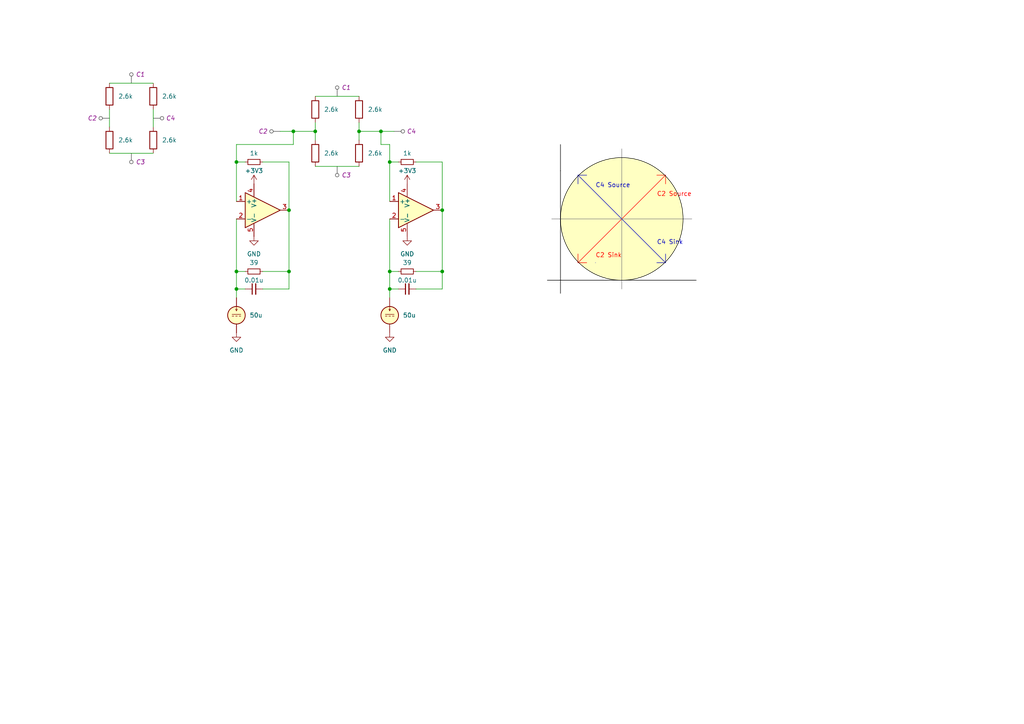
<source format=kicad_sch>
(kicad_sch (version 20230121) (generator eeschema)
  (paper "A4")
  (lib_symbols
    (symbol "Device:C_Small" (pin_numbers hide) (pin_names (offset 0.254) hide)
      (property "Reference" "C" (at 0.254 1.778 0))
      (property "Value" "C_Small" (at 0.254 -2.032 0))
      (symbol "C_Small_0_1"
        (polyline (pts (xy -1.524 -0.508) (xy 1.524 -0.508)) (stroke (width 0.3302)))
        (polyline (pts (xy -1.524 0.508) (xy 1.524 0.508)) (stroke (width 0.3048)))
      )
      (symbol "C_Small_1_1"
        (pin passive line (at 0 2.54 270) (length 2.032) (name "~") (number "1"))
        (pin passive line (at 0 -2.54 90) (length 2.032) (name "~") (number "2"))
      )
    )
    (symbol "Device:R" (pin_numbers hide) (pin_names (offset 0))
      (property "Reference" "R" (at 2.032 0 90))
      (property "Value" "R" (at 0 0 90))
      (symbol "R_0_1"
        (rectangle (start -1.016 -2.54) (end 1.016 2.54) (stroke (width 0.254)))
      )
      (symbol "R_1_1"
        (pin passive line (at 0 3.81 270) (length 1.27) (name "~") (number "1"))
        (pin passive line (at 0 -3.81 90) (length 1.27) (name "~") (number "2"))
      )
    )
    (symbol "Device:R_Small" (pin_numbers hide) (pin_names (offset 0.254) hide)
      (property "Reference" "R" (at 0.762 0.508 0))
      (property "Value" "R_Small" (at 0.762 -1.016 0))
      (symbol "R_Small_0_1"
        (rectangle (start -0.762 1.778) (end 0.762 -1.778) (stroke (width 0.2032)))
      )
      (symbol "R_Small_1_1"
        (pin passive line (at 0 2.54 270) (length 0.762) (name "~") (number "1"))
        (pin passive line (at 0 -2.54 90) (length 0.762) (name "~") (number "2"))
      )
    )
    (symbol "Simulation_SPICE:IDC" (pin_numbers hide) (pin_names (offset 0.0254))
      (property "Reference" "I" (at 2.54 2.54 0))
      (property "Value" "1" (at 2.54 0 0))
      (symbol "IDC_0_0"
        (polyline (pts (xy -1.27 0.254) (xy 1.27 0.254)))
        (polyline (pts (xy -0.762 -0.254) (xy -1.27 -0.254)))
        (polyline (pts (xy 0.254 -0.254) (xy -0.254 -0.254)))
        (polyline (pts (xy 1.27 -0.254) (xy 0.762 -0.254)))
      )
      (symbol "IDC_0_1"
        (polyline (pts (xy 0 1.27) (xy 0 2.286)))
        (polyline (pts (xy -0.254 1.778) (xy 0 1.27) (xy 0.254 1.778)))
        (circle (center 0 0) (radius 2.54) (stroke (width 0.254)) (fill (type background)))
      )
      (symbol "IDC_1_1"
        (pin passive line (at 0 5.08 270) (length 2.54) (name "~") (number "1"))
        (pin passive line (at 0 -5.08 90) (length 2.54) (name "~") (number "2"))
      )
    )
    (symbol "Simulation_SPICE:OPAMP" (pin_names (offset 0.254))
      (property "Reference" "U" (at 3.81 3.175 0))
      (property "Value" "${SIM.PARAMS}" (at 3.81 -3.175 0))
      (symbol "OPAMP_0_1"
        (polyline (pts (xy 5.08 0) (xy -5.08 5.08) (xy -5.08 -5.08) (xy 5.08 0)) (stroke (width 0.254)) (fill (type background)))
      )
      (symbol "OPAMP_1_1"
        (pin input line (at -7.62 2.54 0) (length 2.54) (name "+") (number "1"))
        (pin input line (at -7.62 -2.54 0) (length 2.54) (name "-") (number "2"))
        (pin output line (at 7.62 0 180) (length 2.54) (name "~") (number "3"))
        (pin power_in line (at -2.54 7.62 270) (length 3.81) (name "V+") (number "4"))
        (pin power_in line (at -2.54 -7.62 90) (length 3.81) (name "V-") (number "5"))
      )
    )
    (symbol "power:+3V3" (power) (pin_names (offset 0))
      (property "Value" "+3V3" (at 0 3.556 0))
      (symbol "+3V3_0_1"
        (polyline (pts (xy -0.762 1.27) (xy 0 2.54)))
        (polyline (pts (xy 0 0) (xy 0 2.54)))
        (polyline (pts (xy 0 2.54) (xy 0.762 1.27)))
      )
      (symbol "+3V3_1_1"
        (pin power_in line (at 0 0 90) (length 0) hide (name "+3V3") (number "1"))
      )
    )
    (symbol "power:GND" (power) (pin_names (offset 0))
      (property "Value" "GND" (at 0 -3.81 0))
      (symbol "GND_0_1"
        (polyline (pts (xy 0 0) (xy 0 -1.27) (xy 1.27 -1.27) (xy 0 -2.54) (xy -1.27 -1.27) (xy 0 -1.27)))
      )
      (symbol "GND_1_1"
        (pin power_in line (at 0 0 270) (length 0) hide (name "GND") (number "1"))
      )
    )
  )
  (junction (at 113.03 46.99))
  (junction (at 83.82 78.74))
  (junction (at 83.82 60.96))
  (junction (at 68.58 83.82))
  (junction (at 128.27 60.96))
  (junction (at 110.49 38.1))
  (junction (at 104.14 38.1))
  (junction (at 113.03 83.82))
  (junction (at 85.09 38.1))
  (junction (at 128.27 78.74))
  (junction (at 91.44 38.1))
  (junction (at 113.03 78.74))
  (junction (at 68.58 46.99))
  (junction (at 68.58 78.74))
  (polyline (pts (xy 160.02 63.5) (xy 162.56 63.5)) (stroke (width 0) (color 132 132 132 1)))
  (wire (pts (xy 83.82 83.82) (xy 83.82 78.74)))
  (wire (pts (xy 68.58 86.36) (xy 68.58 83.82)))
  (polyline (pts (xy 158.75 81.28) (xy 162.56 81.28)) (stroke (width 0) (color 0 0 0 1)))
  (wire (pts (xy 91.44 48.26) (xy 104.14 48.26)))
  (wire (pts (xy 128.27 46.99) (xy 128.27 60.96)))
  (wire (pts (xy 91.44 27.94) (xy 104.14 27.94)))
  (polyline (pts (xy 167.64 76.2) (xy 170.18 76.2)) (stroke (width 0) (color 255 0 0 1)))
  (wire (pts (xy 120.65 78.74) (xy 128.27 78.74)))
  (polyline (pts (xy 194.31 81.28) (xy 201.93 81.28)) (stroke (width 0) (color 0 0 0 1)))
  (wire (pts (xy 120.65 83.82) (xy 128.27 83.82)))
  (wire (pts (xy 113.03 63.5) (xy 113.03 78.74)))
  (polyline (pts (xy 193.04 73.66) (xy 193.04 76.2)))
  (polyline (pts (xy 180.34 43.18) (xy 180.34 83.82)) (stroke (width 0) (color 132 132 132 1)))
  (wire (pts (xy 128.27 83.82) (xy 128.27 78.74)))
  (wire (pts (xy 68.58 63.5) (xy 68.58 78.74)))
  (wire (pts (xy 76.2 83.82) (xy 83.82 83.82)))
  (wire (pts (xy 68.58 46.99) (xy 68.58 58.42)))
  (wire (pts (xy 114.3 38.1) (xy 110.49 38.1)))
  (polyline (pts (xy 167.64 50.8) (xy 170.18 50.8)))
  (polyline (pts (xy 193.04 50.8) (xy 193.04 53.34)) (stroke (width 0) (color 255 0 0 1)))
  (wire (pts (xy 31.75 24.13) (xy 44.45 24.13)))
  (wire (pts (xy 83.82 78.74) (xy 83.82 60.96)))
  (wire (pts (xy 68.58 83.82) (xy 68.58 78.74)))
  (polyline (pts (xy 193.04 76.2) (xy 167.64 50.8)))
  (polyline (pts (xy 167.64 73.66) (xy 167.64 76.2)) (stroke (width 0) (color 255 0 0 1)))
  (wire (pts (xy 81.28 38.1) (xy 85.09 38.1)))
  (wire (pts (xy 83.82 46.99) (xy 83.82 60.96)))
  (wire (pts (xy 113.03 46.99) (xy 113.03 41.91)))
  (wire (pts (xy 113.03 83.82) (xy 113.03 78.74)))
  (wire (pts (xy 91.44 38.1) (xy 91.44 40.64)))
  (wire (pts (xy 76.2 46.99) (xy 83.82 46.99)))
  (wire (pts (xy 115.57 83.82) (xy 113.03 83.82)))
  (wire (pts (xy 113.03 78.74) (xy 115.57 78.74)))
  (wire (pts (xy 85.09 41.91) (xy 85.09 38.1)))
  (polyline (pts (xy 162.56 49.53) (xy 162.56 81.28)) (stroke (width 0) (color 0 0 0 1)))
  (polyline (pts (xy 167.64 50.8) (xy 167.64 53.34)))
  (polyline (pts (xy 162.56 63.5) (xy 200.66 63.5)) (stroke (width 0) (color 132 132 132 1)))
  (wire (pts (xy 76.2 78.74) (xy 83.82 78.74)))
  (wire (pts (xy 85.09 38.1) (xy 91.44 38.1)))
  (polyline (pts (xy 162.56 81.28) (xy 162.56 85.09)) (stroke (width 0) (color 0 0 0 1)))
  (wire (pts (xy 104.14 38.1) (xy 110.49 38.1)))
  (polyline (pts (xy 193.04 76.2) (xy 190.5 76.2)))
  (wire (pts (xy 71.12 46.99) (xy 68.58 46.99)))
  (wire (pts (xy 113.03 41.91) (xy 110.49 41.91)))
  (wire (pts (xy 68.58 41.91) (xy 85.09 41.91)))
  (polyline (pts (xy 194.31 81.28) (xy 162.56 81.28)) (stroke (width 0) (color 0 0 0 1)))
  (wire (pts (xy 120.65 46.99) (xy 128.27 46.99)))
  (polyline (pts (xy 162.56 41.91) (xy 162.56 49.53)) (stroke (width 0) (color 0 0 0 1)))
  (polyline (pts (xy 172.72 76.2) (xy 172.72 76.2)))
  (wire (pts (xy 113.03 86.36) (xy 113.03 83.82)))
  (wire (pts (xy 104.14 38.1) (xy 104.14 40.64)))
  (wire (pts (xy 44.45 31.75) (xy 44.45 36.83)))
  (wire (pts (xy 110.49 41.91) (xy 110.49 38.1)))
  (wire (pts (xy 31.75 44.45) (xy 44.45 44.45)))
  (wire (pts (xy 71.12 83.82) (xy 68.58 83.82)))
  (wire (pts (xy 31.75 31.75) (xy 31.75 36.83)))
  (wire (pts (xy 104.14 35.56) (xy 104.14 38.1)))
  (wire (pts (xy 115.57 46.99) (xy 113.03 46.99)))
  (wire (pts (xy 91.44 35.56) (xy 91.44 38.1)))
  (polyline (pts (xy 190.5 50.8) (xy 193.04 50.8)) (stroke (width 0) (color 255 0 0 1)))
  (wire (pts (xy 68.58 78.74) (xy 71.12 78.74)))
  (wire (pts (xy 68.58 46.99) (xy 68.58 41.91)))
  (wire (pts (xy 128.27 78.74) (xy 128.27 60.96)))
  (polyline (pts (xy 167.64 76.2) (xy 193.04 50.8)) (stroke (width 0) (color 255 0 0 1)))
  (wire (pts (xy 113.03 46.99) (xy 113.03 58.42)))
  (circle (center 180.34 63.5) (radius 17.78) (stroke (width 0) (color 0 0 0 1)) (fill (type color) (color 255 255 194 1)))
  (text "C2 Source" (at 190.5 57.15 0) (effects (font (size 1.27 1.27)) (justify left bottom)))
  (text "C4 Sink" (at 190.5 71.12 0) (effects (font (size 1.27 1.27)) (justify left bottom)))
  (text "C4 Source" (at 172.72 54.61 0) (effects (font (size 1.27 1.27)) (justify left bottom)))
  (text "C2 Sink" (at 172.72 74.93 0) (effects (font (size 1.27 1.27)) (justify left bottom)))
  (netclass_flag "" (length 2.54) (shape round) (at 114.3 38.1 270) (property "Netclass" "C4" (at 120.65 38.1 0) (effects (font italic) (justify right))))
  (netclass_flag "" (length 2.54) (shape round) (at 31.75 34.29 90) (property "Netclass" "C2" (at 25.4 34.29 0) (effects (font italic) (justify left))))
  (netclass_flag "" (length 2.54) (shape round) (at 97.79 27.94 0) (property "Netclass" "C1" (at 99.06 25.4 0) (effects (font italic) (justify left))))
  (netclass_flag "" (length 2.54) (shape round) (at 97.79 48.26 180) (property "Netclass" "C3" (at 99.06 50.8 0) (effects (font italic) (justify left))))
  (netclass_flag "" (length 2.54) (shape round) (at 44.45 34.29 270) (property "Netclass" "C4" (at 50.8 34.29 0) (effects (font italic) (justify right))))
  (netclass_flag "" (length 2.54) (shape round) (at 38.1 24.13 0) (property "Netclass" "C1" (at 39.37 21.59 0) (effects (font italic) (justify left))))
  (netclass_flag "" (length 2.54) (shape round) (at 81.28 38.1 90) (property "Netclass" "C2" (at 74.93 38.1 0) (effects (font italic) (justify left))))
  (netclass_flag "" (length 2.54) (shape round) (at 38.1 44.45 180) (property "Netclass" "C3" (at 39.37 46.99 0) (effects (font italic) (justify left))))
  (symbol (lib_id "Device:R") (at 91.44 44.45 0) (unit 1)
    (property "Reference" "R6" (effects hide))
    (property "Value" "2.6k" (at 93.98 44.45 0) (effects (justify left)))
  )
  (symbol (lib_id "Device:C_Small") (at 73.66 83.82 90) (unit 1)
    (property "Reference" "C1" (effects hide))
    (property "Value" "0.01u" (at 73.6663 81.28 90))
  )
  (symbol (lib_id "Device:R") (at 104.14 31.75 0) (unit 1)
    (property "Reference" "R7" (effects hide))
    (property "Value" "2.6k" (at 106.68 31.75 0) (effects (justify left)))
  )
  (symbol (lib_id "power:GND") (at 118.11 68.58 0) (unit 1)
    (property "Reference" "#PWR06" (effects hide))
    (property "Value" "GND" (at 118.11 73.66 0))
  )
  (symbol (lib_id "power:+3V3") (at 118.11 53.34 0) (unit 1)
    (property "Reference" "#PWR05" (effects hide))
    (property "Value" "+3V3" (at 118.11 49.53 0))
  )
  (symbol (lib_id "Simulation_SPICE:IDC") (at 68.58 91.44 0) (unit 1)
    (property "Reference" "I1" (effects hide))
    (property "Value" "50u" (at 72.39 91.44 0) (effects (justify left)))
    (property "Sim.Pins" "1=+ 2=-" (effects hide))
    (property "Sim.Type" "DC" (effects hide))
    (property "Sim.Device" "I" (effects hide))
  )
  (symbol (lib_id "Device:R") (at 44.45 27.94 0) (unit 1)
    (property "Reference" "R3" (effects hide))
    (property "Value" "2.6k" (at 46.99 27.94 0) (effects (justify left)))
  )
  (symbol (lib_id "Device:R_Small") (at 118.11 78.74 90) (unit 1)
    (property "Reference" "R12" (effects hide))
    (property "Value" "39" (at 118.11 76.2 90))
  )
  (symbol (lib_id "power:+3V3") (at 73.66 53.34 0) (unit 1)
    (property "Reference" "#PWR02" (effects hide))
    (property "Value" "+3V3" (at 73.66 49.53 0))
  )
  (symbol (lib_id "Device:R") (at 31.75 40.64 0) (unit 1)
    (property "Reference" "R2" (effects hide))
    (property "Value" "2.6k" (at 34.29 40.64 0) (effects (justify left)))
  )
  (symbol (lib_id "Device:R_Small") (at 73.66 46.99 90) (unit 1)
    (property "Reference" "R10" (effects hide))
    (property "Value" "1k" (at 73.66 44.45 90))
  )
  (symbol (lib_id "Device:R") (at 104.14 44.45 0) (unit 1)
    (property "Reference" "R8" (effects hide))
    (property "Value" "2.6k" (at 106.68 44.45 0) (effects (justify left)))
  )
  (symbol (lib_id "Device:R") (at 44.45 40.64 0) (unit 1)
    (property "Reference" "R4" (effects hide))
    (property "Value" "2.6k" (at 46.99 40.64 0) (effects (justify left)))
  )
  (symbol (lib_id "Device:R_Small") (at 73.66 78.74 90) (unit 1)
    (property "Reference" "R9" (effects hide))
    (property "Value" "39" (at 73.66 76.2 90))
  )
  (symbol (lib_id "power:GND") (at 113.03 96.52 0) (unit 1)
    (property "Reference" "#PWR04" (effects hide))
    (property "Value" "GND" (at 113.03 101.6 0))
  )
  (symbol (lib_id "Device:R_Small") (at 118.11 46.99 90) (unit 1)
    (property "Reference" "R11" (effects hide))
    (property "Value" "1k" (at 118.11 44.45 90))
  )
  (symbol (lib_id "Simulation_SPICE:IDC") (at 113.03 91.44 0) (unit 1)
    (property "Reference" "I2" (effects hide))
    (property "Value" "50u" (at 116.84 91.44 0) (effects (justify left)))
    (property "Sim.Pins" "1=+ 2=-" (effects hide))
    (property "Sim.Type" "DC" (effects hide))
    (property "Sim.Device" "I" (effects hide))
  )
  (symbol (lib_id "Device:R") (at 91.44 31.75 0) (unit 1)
    (property "Reference" "R5" (effects hide))
    (property "Value" "2.6k" (at 93.98 31.75 0) (effects (justify left)))
  )
  (symbol (lib_id "Simulation_SPICE:OPAMP") (at 76.2 60.96 0) (unit 1)
    (property "Reference" "U1" (effects hide))
    (property "Value" "${SIM.PARAMS}" (effects hide))
    (property "Sim.Pins" "1=1 2=2 3=4 4=5 5=3" (effects hide))
    (property "Sim.Device" "SUBCKT" (effects hide))
    (property "Sim.Library" "MCP601_MM_E\\MCP601.txt" (effects hide))
    (property "Sim.Name" "MCP601" (effects hide))
  )
  (symbol (lib_id "Device:R") (at 31.75 27.94 0) (unit 1)
    (property "Reference" "R1" (effects hide))
    (property "Value" "2.6k" (at 34.29 27.94 0) (effects (justify left)))
  )
  (symbol (lib_id "Simulation_SPICE:OPAMP") (at 120.65 60.96 0) (unit 1)
    (property "Reference" "U2" (effects hide))
    (property "Value" "${SIM.PARAMS}" (effects hide))
    (property "Sim.Pins" "1=1 2=2 3=4 4=5 5=3" (effects hide))
    (property "Sim.Device" "SUBCKT" (effects hide))
    (property "Sim.Library" "MCP601_MM_E\\MCP601.txt" (effects hide))
    (property "Sim.Name" "MCP601" (effects hide))
  )
  (symbol (lib_id "power:GND") (at 68.58 96.52 0) (unit 1)
    (property "Reference" "#PWR03" (effects hide))
    (property "Value" "GND" (at 68.58 101.6 0))
  )
  (symbol (lib_id "Device:C_Small") (at 118.11 83.82 90) (unit 1)
    (property "Reference" "C2" (effects hide))
    (property "Value" "0.01u" (at 118.1163 81.28 90))
  )
  (symbol (lib_id "power:GND") (at 73.66 68.58 0) (unit 1)
    (property "Reference" "#PWR01" (effects hide))
    (property "Value" "GND" (at 73.66 73.66 0))
  )
)
</source>
